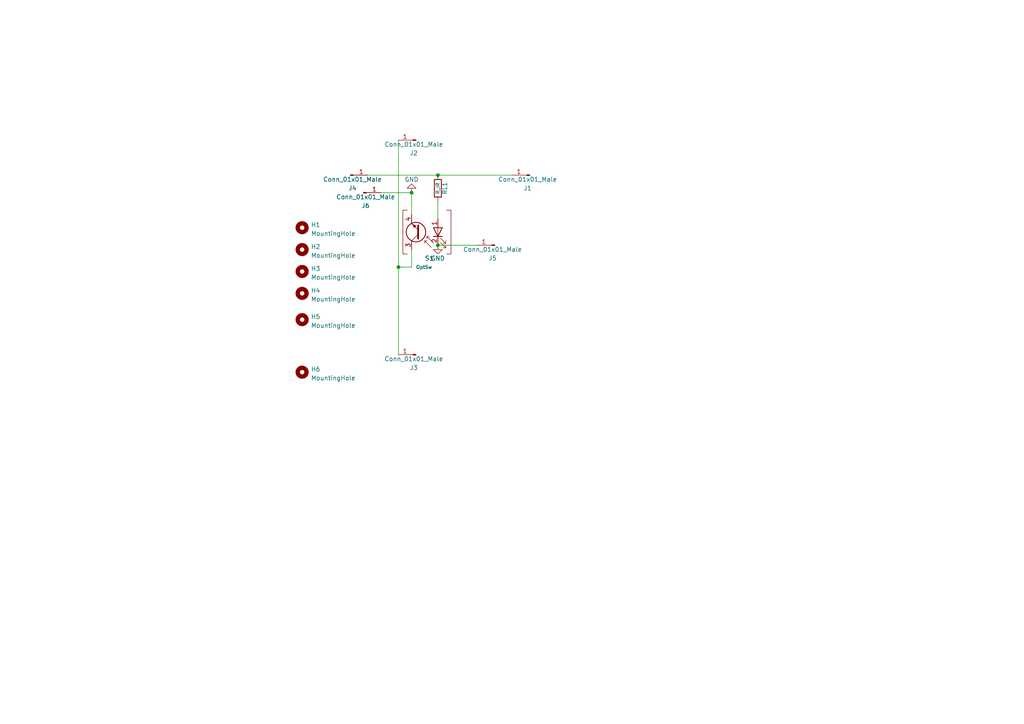
<source format=kicad_sch>
(kicad_sch (version 20230121) (generator eeschema)
  (paper "A4")
  (lib_symbols
    (symbol "Connector:Conn_01x01_Male" (pin_names (offset 1.016) hide)
      (property "Reference" "J" (at 0 2.54 0))
      (property "Value" "Conn_01x01_Male" (at 0 -2.54 0))
      (symbol "Conn_01x01_Male_1_1"
        (polyline (pts (xy 1.27 0) (xy 0.8636 0)) (stroke (width 0.1524)))
        (rectangle (start 0.8636 0.127) (end 0 -0.127) (stroke (width 0.1524)) (fill (type outline)))
        (pin passive line (at 5.08 0 180) (length 3.81) (name "Pin_1") (number "1"))
      )
    )
    (symbol "Mechanical:MountingHole" (pin_names (offset 1.016))
      (property "Reference" "H" (at 0 5.08 0))
      (property "Value" "MountingHole" (at 0 3.175 0))
      (symbol "MountingHole_0_1"
        (circle (center 0 0) (radius 1.27) (stroke (width 1.27)))
      )
    )
    (symbol "MySymbols:OptSw" (pin_names (offset 0) hide)
      (property "Reference" "S" (at 3.81 -7.62 0))
      (property "Value" "OptSw" (at 1.27 -10.16 0))
      (symbol "OptSw_0_1"
        (polyline (pts (xy 1.905 -0.635) (xy 0 -2.54)))
        (polyline (pts (xy 3.81 -2.54) (xy 4.445 -2.54)))
        (polyline (pts (xy 4.445 -1.27) (xy 5.08 -1.27)))
        (polyline (pts (xy 7.62 -1.27) (xy 7.62 1.27)))
        (polyline (pts (xy 8.89 -1.27) (xy 6.35 -1.27)) (stroke (width 0.254)))
        (polyline (pts (xy 1.905 -1.905) (xy 1.905 1.905) (xy 1.905 1.905)) (stroke (width 0.508)))
        (polyline (pts (xy 1.905 0.635) (xy 0 2.54) (xy 0 2.54)))
        (polyline (pts (xy 5.715 -4.445) (xy 3.81 -2.54) (xy 3.81 -3.175)))
        (polyline (pts (xy 6.35 -3.175) (xy 4.445 -1.27) (xy 4.445 -1.905)))
        (polyline (pts (xy -1.27 6.35) (xy -2.54 6.35) (xy -2.54 -6.35) (xy -1.27 -6.35)) (stroke (width 0.1524)))
        (polyline (pts (xy 8.89 1.27) (xy 6.35 1.27) (xy 7.62 -1.27) (xy 8.89 1.27)) (stroke (width 0.254)))
        (polyline (pts (xy 10.16 6.35) (xy 11.43 6.35) (xy 11.43 -6.35) (xy 10.16 -6.35)) (stroke (width 0.1524)))
        (polyline (pts (xy 1.27 1.778) (xy 0.762 1.27) (xy 0.254 2.286) (xy 1.27 1.778) (xy 1.27 1.778)) (fill (type outline)))
        (polyline (pts (xy 8.382 -3.048) (xy 9.906 -4.572) (xy 9.906 -3.81) (xy 9.906 -4.572) (xy 9.144 -4.572)))
        (polyline (pts (xy 8.382 -1.778) (xy 9.906 -3.302) (xy 9.906 -2.54) (xy 9.906 -3.302) (xy 9.144 -3.302)))
        (circle (center 1.27 0) (radius 2.8194) (stroke (width 0.254)))
      )
      (symbol "OptSw_1_1"
        (pin passive line (at 7.62 3.81 270) (length 2.54) (name "IR_A") (number "1"))
        (pin passive line (at 7.62 -3.81 90) (length 2.54) (name "IR_K") (number "2"))
        (pin passive line (at 0 -5.08 90) (length 2.54) (name "C") (number "3"))
        (pin passive line (at 0 5.08 270) (length 2.54) (name "E") (number "4"))
      )
    )
    (symbol "MySymbols:R_IR" (pin_numbers hide) (pin_names (offset 0))
      (property "Reference" "RL" (at 2.032 0 90))
      (property "Value" "R_IR" (at 0 0 90))
      (symbol "R_IR_0_1"
        (rectangle (start -1.016 -2.54) (end 1.016 2.54) (stroke (width 0.254)))
      )
      (symbol "R_IR_1_1"
        (pin passive line (at 0 3.81 270) (length 1.27) (name "~") (number "1"))
        (pin passive line (at 0 -3.81 90) (length 1.27) (name "~") (number "2"))
      )
    )
    (symbol "power:GND" (power) (pin_names (offset 0))
      (property "Value" "GND" (at 0 -3.81 0))
      (symbol "GND_0_1"
        (polyline (pts (xy 0 0) (xy 0 -1.27) (xy 1.27 -1.27) (xy 0 -2.54) (xy -1.27 -1.27) (xy 0 -1.27)))
      )
      (symbol "GND_1_1"
        (pin power_in line (at 0 0 270) (length 0) hide (name "GND") (number "1"))
      )
    )
  )
  (junction (at 115.57 77.47))
  (junction (at 119.38 55.88))
  (junction (at 127 71.12))
  (junction (at 127 50.8))
  (wire (pts (xy 119.38 55.88) (xy 119.38 62.23)))
  (wire (pts (xy 119.38 77.47) (xy 115.57 77.47)))
  (wire (pts (xy 138.43 71.12) (xy 127 71.12)))
  (wire (pts (xy 110.49 55.88) (xy 119.38 55.88)))
  (wire (pts (xy 127 50.8) (xy 148.59 50.8)))
  (wire (pts (xy 106.68 50.8) (xy 127 50.8)))
  (wire (pts (xy 115.57 40.64) (xy 115.57 77.47)))
  (wire (pts (xy 119.38 72.39) (xy 119.38 77.47)))
  (wire (pts (xy 115.57 77.47) (xy 115.57 102.87)))
  (wire (pts (xy 127 58.42) (xy 127 63.5)))
  (symbol (lib_id "Mechanical:MountingHole") (at 87.63 107.95 0) (unit 1)
    (property "Reference" "H6" (at 90.17 107.1153 0) (effects (justify left)))
    (property "Value" "MountingHole" (at 90.17 109.6522 0) (effects (justify left)))
    (property "Footprint" "Giri-Kailh-Choc-Library:MountingHole_1.2mm_M1" (effects hide))
  )
  (symbol (lib_id "Mechanical:MountingHole") (at 87.63 78.74 0) (unit 1)
    (property "Reference" "H3" (at 90.17 77.9053 0) (effects (justify left)))
    (property "Value" "MountingHole" (at 90.17 80.4422 0) (effects (justify left)))
    (property "Footprint" "Giri-Kailh-Choc-Library:MountingHole_1.2mm_M1" (effects hide))
  )
  (symbol (lib_id "power:GND") (at 119.38 55.88 180) (unit 1)
    (property "Reference" "#PWR01" (effects hide))
    (property "Value" "GND" (at 119.38 52.07 0))
  )
  (symbol (lib_id "Connector:Conn_01x01_Male") (at 120.65 40.64 180) (unit 1)
    (property "Reference" "J2" (at 120.015 44.416 0))
    (property "Value" "Conn_01x01_Male" (at 120.015 41.8791 0))
    (property "Footprint" "Giri-Kailh-Choc-Library:TestPoint_THTPad_1.0x2.5mm_Drill0.5mm" (effects hide))
  )
  (symbol (lib_id "Connector:Conn_01x01_Male") (at 143.51 71.12 180) (unit 1)
    (property "Reference" "J5" (at 142.875 74.896 0))
    (property "Value" "Conn_01x01_Male" (at 142.875 72.3591 0))
    (property "Footprint" "Giri-Kailh-Choc-Library:TestPoint_THTPad_1.0x2.5mm_Drill0.5mm" (effects hide))
  )
  (symbol (lib_id "MySymbols:OptSw") (at 119.38 67.31 0) (unit 1)
    (property "Reference" "S1" (at 123.19 74.93 0) (effects (justify left)))
    (property "Value" "OptSw" (at 120.65 77.47 0) (effects (font (size 1 1)) (justify left)))
    (property "Footprint" "MyFootprints:Keychron_Optical_Switch_1u" (effects hide))
  )
  (symbol (lib_id "Connector:Conn_01x01_Male") (at 153.67 50.8 180) (unit 1)
    (property "Reference" "J1" (at 153.035 54.576 0))
    (property "Value" "Conn_01x01_Male" (at 153.035 52.0391 0))
    (property "Footprint" "Giri-Kailh-Choc-Library:TestPoint_THTPad_1.0x2.5mm_Drill0.5mm" (effects hide))
  )
  (symbol (lib_id "Connector:Conn_01x01_Male") (at 105.41 55.88 0) (mirror x) (unit 1)
    (property "Reference" "J6" (at 106.045 59.656 0))
    (property "Value" "Conn_01x01_Male" (at 106.045 57.1191 0))
    (property "Footprint" "Giri-Kailh-Choc-Library:TestPoint_THTPad_1.0x2.5mm_Drill0.5mm" (effects hide))
  )
  (symbol (lib_id "Connector:Conn_01x01_Male") (at 101.6 50.8 0) (mirror x) (unit 1)
    (property "Reference" "J4" (at 102.235 54.576 0))
    (property "Value" "Conn_01x01_Male" (at 102.235 52.0391 0))
    (property "Footprint" "Giri-Kailh-Choc-Library:TestPoint_THTPad_1.0x2.5mm_Drill0.5mm" (effects hide))
  )
  (symbol (lib_id "Connector:Conn_01x01_Male") (at 120.65 102.87 180) (unit 1)
    (property "Reference" "J3" (at 120.015 106.646 0))
    (property "Value" "Conn_01x01_Male" (at 120.015 104.1091 0))
    (property "Footprint" "Giri-Kailh-Choc-Library:TestPoint_THTPad_1.0x2.5mm_Drill0.5mm" (effects hide))
  )
  (symbol (lib_id "Mechanical:MountingHole") (at 87.63 85.09 0) (unit 1)
    (property "Reference" "H4" (at 90.17 84.2553 0) (effects (justify left)))
    (property "Value" "MountingHole" (at 90.17 86.7922 0) (effects (justify left)))
    (property "Footprint" "Giri-Kailh-Choc-Library:MountingHole_1.2mm_M1" (effects hide))
  )
  (symbol (lib_id "Mechanical:MountingHole") (at 87.63 72.39 0) (unit 1)
    (property "Reference" "H2" (at 90.17 71.5553 0) (effects (justify left)))
    (property "Value" "MountingHole" (at 90.17 74.0922 0) (effects (justify left)))
    (property "Footprint" "Giri-Kailh-Choc-Library:MountingHole_1.2mm_M1" (effects hide))
  )
  (symbol (lib_id "Mechanical:MountingHole") (at 87.63 92.71 0) (unit 1)
    (property "Reference" "H5" (at 90.17 91.8753 0) (effects (justify left)))
    (property "Value" "MountingHole" (at 90.17 94.4122 0) (effects (justify left)))
    (property "Footprint" "Giri-Kailh-Choc-Library:MountingHole_1.2mm_M1" (effects hide))
  )
  (symbol (lib_id "power:GND") (at 127 71.12 0) (unit 1)
    (property "Reference" "#PWR02" (effects hide))
    (property "Value" "GND" (at 127 74.93 0))
  )
  (symbol (lib_id "MySymbols:R_IR") (at 127 54.61 0) (unit 1)
    (property "Reference" "RL1" (at 129.032 54.61 90))
    (property "Value" "R_IR" (at 127 54.61 90) (effects (font (size 1 1))))
    (property "Footprint" "Resistor_SMD:R_0805_2012Metric_Pad1.20x1.40mm_HandSolder" (effects hide))
    (property "JLC" "0603-1608" (effects hide))
    (property "LCSC" "C4190" (effects hide))
  )
  (symbol (lib_id "Mechanical:MountingHole") (at 87.63 66.04 0) (unit 1)
    (property "Reference" "H1" (at 90.17 65.2053 0) (effects (justify left)))
    (property "Value" "MountingHole" (at 90.17 67.7422 0) (effects (justify left)))
    (property "Footprint" "Giri-Kailh-Choc-Library:MountingHole_1.2mm_M1" (effects hide))
  )
)
</source>
